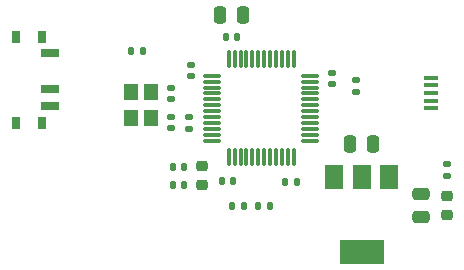
<source format=gbr>
%TF.GenerationSoftware,KiCad,Pcbnew,(6.0.9-0)*%
%TF.CreationDate,2022-12-10T19:00:01+01:00*%
%TF.ProjectId,KiCAD v6 Tutorial STM32,4b694341-4420-4763-9620-5475746f7269,rev?*%
%TF.SameCoordinates,Original*%
%TF.FileFunction,Paste,Top*%
%TF.FilePolarity,Positive*%
%FSLAX46Y46*%
G04 Gerber Fmt 4.6, Leading zero omitted, Abs format (unit mm)*
G04 Created by KiCad (PCBNEW (6.0.9-0)) date 2022-12-10 19:00:01*
%MOMM*%
%LPD*%
G01*
G04 APERTURE LIST*
G04 Aperture macros list*
%AMRoundRect*
0 Rectangle with rounded corners*
0 $1 Rounding radius*
0 $2 $3 $4 $5 $6 $7 $8 $9 X,Y pos of 4 corners*
0 Add a 4 corners polygon primitive as box body*
4,1,4,$2,$3,$4,$5,$6,$7,$8,$9,$2,$3,0*
0 Add four circle primitives for the rounded corners*
1,1,$1+$1,$2,$3*
1,1,$1+$1,$4,$5*
1,1,$1+$1,$6,$7*
1,1,$1+$1,$8,$9*
0 Add four rect primitives between the rounded corners*
20,1,$1+$1,$2,$3,$4,$5,0*
20,1,$1+$1,$4,$5,$6,$7,0*
20,1,$1+$1,$6,$7,$8,$9,0*
20,1,$1+$1,$8,$9,$2,$3,0*%
G04 Aperture macros list end*
%ADD10RoundRect,0.135000X-0.135000X-0.185000X0.135000X-0.185000X0.135000X0.185000X-0.135000X0.185000X0*%
%ADD11RoundRect,0.140000X-0.140000X-0.170000X0.140000X-0.170000X0.140000X0.170000X-0.140000X0.170000X0*%
%ADD12RoundRect,0.140000X0.140000X0.170000X-0.140000X0.170000X-0.140000X-0.170000X0.140000X-0.170000X0*%
%ADD13R,1.500000X2.000000*%
%ADD14R,3.800000X2.000000*%
%ADD15RoundRect,0.140000X0.170000X-0.140000X0.170000X0.140000X-0.170000X0.140000X-0.170000X-0.140000X0*%
%ADD16RoundRect,0.135000X0.185000X-0.135000X0.185000X0.135000X-0.185000X0.135000X-0.185000X-0.135000X0*%
%ADD17RoundRect,0.218750X-0.256250X0.218750X-0.256250X-0.218750X0.256250X-0.218750X0.256250X0.218750X0*%
%ADD18RoundRect,0.250000X0.475000X-0.250000X0.475000X0.250000X-0.475000X0.250000X-0.475000X-0.250000X0*%
%ADD19R,1.300000X0.450000*%
%ADD20RoundRect,0.140000X-0.170000X0.140000X-0.170000X-0.140000X0.170000X-0.140000X0.170000X0.140000X0*%
%ADD21R,1.200000X1.400000*%
%ADD22RoundRect,0.250000X-0.250000X-0.475000X0.250000X-0.475000X0.250000X0.475000X-0.250000X0.475000X0*%
%ADD23RoundRect,0.135000X0.135000X0.185000X-0.135000X0.185000X-0.135000X-0.185000X0.135000X-0.185000X0*%
%ADD24R,0.800000X1.000000*%
%ADD25R,1.500000X0.700000*%
%ADD26RoundRect,0.075000X-0.662500X-0.075000X0.662500X-0.075000X0.662500X0.075000X-0.662500X0.075000X0*%
%ADD27RoundRect,0.075000X-0.075000X-0.662500X0.075000X-0.662500X0.075000X0.662500X-0.075000X0.662500X0*%
%ADD28RoundRect,0.135000X-0.185000X0.135000X-0.185000X-0.135000X0.185000X-0.135000X0.185000X0.135000X0*%
G04 APERTURE END LIST*
D10*
%TO.C,R1*%
X134215000Y-66150000D03*
X135235000Y-66150000D03*
%TD*%
D11*
%TO.C,C9*%
X141920000Y-77150000D03*
X142880000Y-77150000D03*
%TD*%
D12*
%TO.C,C8*%
X138730000Y-77500000D03*
X137770000Y-77500000D03*
%TD*%
D13*
%TO.C,U1*%
X156050000Y-76850000D03*
D14*
X153750000Y-83150000D03*
D13*
X153750000Y-76850000D03*
X151450000Y-76850000D03*
%TD*%
D15*
%TO.C,C12*%
X137600000Y-70220000D03*
X137600000Y-69260000D03*
%TD*%
D12*
%TO.C,C5*%
X148250000Y-77250000D03*
X147290000Y-77250000D03*
%TD*%
D16*
%TO.C,R2*%
X161000000Y-76760000D03*
X161000000Y-75740000D03*
%TD*%
D17*
%TO.C,FB1*%
X140250000Y-75925000D03*
X140250000Y-77500000D03*
%TD*%
D18*
%TO.C,C11*%
X158750000Y-80200000D03*
X158750000Y-78300000D03*
%TD*%
D10*
%TO.C,R5*%
X144990000Y-79250000D03*
X146010000Y-79250000D03*
%TD*%
D19*
%TO.C,J1*%
X159645000Y-71000000D03*
X159645000Y-70350000D03*
X159645000Y-69700000D03*
X159645000Y-69050000D03*
X159645000Y-68400000D03*
%TD*%
D20*
%TO.C,C3*%
X151250000Y-68000000D03*
X151250000Y-68960000D03*
%TD*%
D17*
%TO.C,D1*%
X161000000Y-78462500D03*
X161000000Y-80037500D03*
%TD*%
D21*
%TO.C,Y1*%
X134250000Y-69640000D03*
X134250000Y-71840000D03*
X135950000Y-71840000D03*
X135950000Y-69640000D03*
%TD*%
D15*
%TO.C,C6*%
X139100000Y-72720000D03*
X139100000Y-71760000D03*
%TD*%
D22*
%TO.C,C10*%
X152800000Y-74000000D03*
X154700000Y-74000000D03*
%TD*%
D15*
%TO.C,C2*%
X139300000Y-68280000D03*
X139300000Y-67320000D03*
%TD*%
D23*
%TO.C,R4*%
X143760000Y-79250000D03*
X142740000Y-79250000D03*
%TD*%
D20*
%TO.C,C13*%
X137600000Y-71720000D03*
X137600000Y-72680000D03*
%TD*%
D11*
%TO.C,C4*%
X142270000Y-65000000D03*
X143230000Y-65000000D03*
%TD*%
D22*
%TO.C,C1*%
X141800000Y-63100000D03*
X143700000Y-63100000D03*
%TD*%
D24*
%TO.C,SW1*%
X124470000Y-72250000D03*
X124470000Y-64950000D03*
X126680000Y-72250000D03*
X126680000Y-64950000D03*
D25*
X127330000Y-66350000D03*
X127330000Y-69350000D03*
X127330000Y-70850000D03*
%TD*%
D12*
%TO.C,C7*%
X138730000Y-76000000D03*
X137770000Y-76000000D03*
%TD*%
D26*
%TO.C,U2*%
X141087500Y-68250000D03*
X141087500Y-68750000D03*
X141087500Y-69250000D03*
X141087500Y-69750000D03*
X141087500Y-70250000D03*
X141087500Y-70750000D03*
X141087500Y-71250000D03*
X141087500Y-71750000D03*
X141087500Y-72250000D03*
X141087500Y-72750000D03*
X141087500Y-73250000D03*
X141087500Y-73750000D03*
D27*
X142500000Y-75162500D03*
X143000000Y-75162500D03*
X143500000Y-75162500D03*
X144000000Y-75162500D03*
X144500000Y-75162500D03*
X145000000Y-75162500D03*
X145500000Y-75162500D03*
X146000000Y-75162500D03*
X146500000Y-75162500D03*
X147000000Y-75162500D03*
X147500000Y-75162500D03*
X148000000Y-75162500D03*
D26*
X149412500Y-73750000D03*
X149412500Y-73250000D03*
X149412500Y-72750000D03*
X149412500Y-72250000D03*
X149412500Y-71750000D03*
X149412500Y-71250000D03*
X149412500Y-70750000D03*
X149412500Y-70250000D03*
X149412500Y-69750000D03*
X149412500Y-69250000D03*
X149412500Y-68750000D03*
X149412500Y-68250000D03*
D27*
X148000000Y-66837500D03*
X147500000Y-66837500D03*
X147000000Y-66837500D03*
X146500000Y-66837500D03*
X146000000Y-66837500D03*
X145500000Y-66837500D03*
X145000000Y-66837500D03*
X144500000Y-66837500D03*
X144000000Y-66837500D03*
X143500000Y-66837500D03*
X143000000Y-66837500D03*
X142500000Y-66837500D03*
%TD*%
D28*
%TO.C,R3*%
X153300000Y-68640000D03*
X153300000Y-69660000D03*
%TD*%
M02*

</source>
